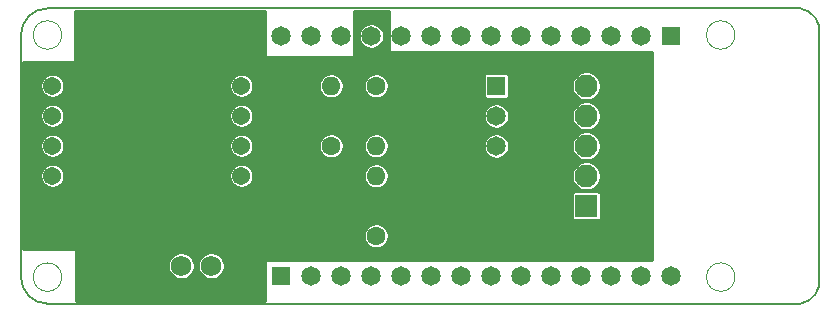
<source format=gbr>
G04 #@! TF.GenerationSoftware,KiCad,Pcbnew,(5.1.6)-1*
G04 #@! TF.CreationDate,2020-05-27T17:34:02-07:00*
G04 #@! TF.ProjectId,MKRShield_v1,4d4b5253-6869-4656-9c64-5f76312e6b69,0.1*
G04 #@! TF.SameCoordinates,Original*
G04 #@! TF.FileFunction,Copper,L2,Inr*
G04 #@! TF.FilePolarity,Positive*
%FSLAX46Y46*%
G04 Gerber Fmt 4.6, Leading zero omitted, Abs format (unit mm)*
G04 Created by KiCad (PCBNEW (5.1.6)-1) date 2020-05-27 17:34:02*
%MOMM*%
%LPD*%
G01*
G04 APERTURE LIST*
G04 #@! TA.AperFunction,Profile*
%ADD10C,0.150000*%
G04 #@! TD*
G04 #@! TA.AperFunction,EtchedComponent*
%ADD11C,0.100000*%
G04 #@! TD*
G04 #@! TA.AperFunction,ViaPad*
%ADD12O,1.600000X1.600000*%
G04 #@! TD*
G04 #@! TA.AperFunction,ViaPad*
%ADD13C,1.600000*%
G04 #@! TD*
G04 #@! TA.AperFunction,ViaPad*
%ADD14C,1.650000*%
G04 #@! TD*
G04 #@! TA.AperFunction,ViaPad*
%ADD15R,1.650000X1.650000*%
G04 #@! TD*
G04 #@! TA.AperFunction,ViaPad*
%ADD16C,1.755000*%
G04 #@! TD*
G04 #@! TA.AperFunction,ViaPad*
%ADD17C,1.950000*%
G04 #@! TD*
G04 #@! TA.AperFunction,ViaPad*
%ADD18R,1.950000X1.950000*%
G04 #@! TD*
G04 #@! TA.AperFunction,ViaPad*
%ADD19C,1.541000*%
G04 #@! TD*
G04 #@! TA.AperFunction,NonConductor*
%ADD20C,0.254000*%
G04 #@! TD*
G04 APERTURE END LIST*
D10*
X180687479Y-117503600D02*
X116937479Y-117503600D01*
X114687479Y-115253600D02*
X114687479Y-94753600D01*
X116937479Y-92503600D02*
X180687479Y-92503600D01*
X114687479Y-115253600D02*
G75*
G03*
X116937479Y-117503600I2250000J0D01*
G01*
X116937479Y-92503600D02*
G75*
G03*
X114687479Y-94753600I0J-2250000D01*
G01*
X180687479Y-117503600D02*
G75*
G03*
X182287479Y-115253600I-325000J1925000D01*
G01*
X180687479Y-92503600D02*
G75*
G02*
X182287479Y-94753600I-325000J-1925000D01*
G01*
X182287479Y-115253600D02*
X182287479Y-94753600D01*
D11*
G04 #@! TO.C,U$5*
X118143979Y-115253600D02*
G75*
G03*
X118143979Y-115253600I-1206500J0D01*
G01*
G04 #@! TO.C,U$6*
X118143979Y-94753600D02*
G75*
G03*
X118143979Y-94753600I-1206500J0D01*
G01*
G04 #@! TO.C,U$7*
X175143979Y-94753600D02*
G75*
G03*
X175143979Y-94753600I-1206500J0D01*
G01*
G04 #@! TO.C,U$8*
X175143979Y-115253600D02*
G75*
G03*
X175143979Y-115253600I-1206500J0D01*
G01*
G04 #@! TD*
D12*
G04 #@! TO.N,Net-(IC1-Pad2)*
G04 #@! TO.C,Sensor_SDA1*
X140970000Y-99060000D03*
D13*
G04 #@! TO.N,Net-(IC1-Pad3)*
X140970000Y-104140000D03*
G04 #@! TD*
D12*
G04 #@! TO.N,Net-(IC1-Pad2)*
G04 #@! TO.C,Sensor_SCL1*
X144780000Y-104140000D03*
D13*
G04 #@! TO.N,Net-(IC1-Pad4)*
X144780000Y-99060000D03*
G04 #@! TD*
D12*
G04 #@! TO.N,GND*
G04 #@! TO.C,5k1*
X144780000Y-106680000D03*
D13*
G04 #@! TO.N,Net-(5k1-Pad1)*
X144780000Y-111760000D03*
G04 #@! TD*
D14*
G04 #@! TO.N,Net-(J1-Pad11)*
G04 #@! TO.C,J3*
X154940000Y-104140000D03*
G04 #@! TO.N,GND*
X154940000Y-101600000D03*
D15*
G04 #@! TO.N,Net-(IC1-Pad2)*
X154940000Y-99060000D03*
G04 #@! TD*
D16*
G04 #@! TO.N,Net-(5k1-Pad1)*
G04 #@! TO.C,IC2*
X130810000Y-114300000D03*
G04 #@! TO.N,Net-(IC1-Pad2)*
X128270000Y-114300000D03*
G04 #@! TD*
D17*
G04 #@! TO.N,Net-(J4-Pad5)*
G04 #@! TO.C,J4*
X162560000Y-99060000D03*
G04 #@! TO.N,Net-(J2-Pad4)*
X162560000Y-101600000D03*
G04 #@! TO.N,Net-(J2-Pad3)*
X162560000Y-104140000D03*
G04 #@! TO.N,Net-(J1-Pad13)*
X162560000Y-106680000D03*
D18*
G04 #@! TO.N,Net-(J1-Pad12)*
X162560000Y-109220000D03*
G04 #@! TD*
D19*
G04 #@! TO.N,Net-(IC1-Pad8)*
G04 #@! TO.C,IC1*
X117350000Y-106680000D03*
G04 #@! TO.N,Net-(IC1-Pad7)*
X117350000Y-104140000D03*
G04 #@! TO.N,Net-(IC1-Pad6)*
X117350000Y-101600000D03*
G04 #@! TO.N,Net-(IC1-Pad5)*
X117350000Y-99060000D03*
G04 #@! TO.N,Net-(IC1-Pad4)*
X133350000Y-99060000D03*
G04 #@! TO.N,Net-(IC1-Pad3)*
X133350000Y-101600000D03*
G04 #@! TO.N,Net-(IC1-Pad2)*
X133350000Y-104140000D03*
G04 #@! TO.N,GND*
X133350000Y-106680000D03*
G04 #@! TD*
D15*
G04 #@! TO.N,Net-(J1-Pad1)*
G04 #@! TO.C,J1*
X136690000Y-115150000D03*
D14*
G04 #@! TO.N,Net-(J1-Pad2)*
X139230000Y-115150000D03*
G04 #@! TO.N,Net-(J1-Pad3)*
X141770000Y-115150000D03*
G04 #@! TO.N,Net-(J1-Pad4)*
X144310000Y-115150000D03*
G04 #@! TO.N,Net-(J1-Pad5)*
X146850000Y-115150000D03*
G04 #@! TO.N,Net-(J1-Pad6)*
X149390000Y-115150000D03*
G04 #@! TO.N,Net-(J1-Pad7)*
X151930000Y-115150000D03*
G04 #@! TO.N,Net-(J1-Pad8)*
X154470000Y-115150000D03*
G04 #@! TO.N,Net-(J1-Pad9)*
X157010000Y-115150000D03*
G04 #@! TO.N,Net-(5k1-Pad1)*
X159550000Y-115150000D03*
G04 #@! TO.N,Net-(J1-Pad11)*
X162090000Y-115150000D03*
G04 #@! TO.N,Net-(J1-Pad12)*
X164630000Y-115150000D03*
G04 #@! TO.N,Net-(J1-Pad13)*
X167170000Y-115150000D03*
G04 #@! TO.N,Net-(J1-Pad14)*
X169710000Y-115150000D03*
G04 #@! TD*
G04 #@! TO.N,Net-(J2-Pad14)*
G04 #@! TO.C,J2*
X136740000Y-94850000D03*
G04 #@! TO.N,Net-(J2-Pad13)*
X139280000Y-94850000D03*
G04 #@! TO.N,Net-(IC1-Pad2)*
X141820000Y-94850000D03*
G04 #@! TO.N,GND*
X144360000Y-94850000D03*
G04 #@! TO.N,/RESET*
X146900000Y-94850000D03*
G04 #@! TO.N,Net-(J2-Pad9)*
X149440000Y-94850000D03*
G04 #@! TO.N,Net-(J2-Pad8)*
X151980000Y-94850000D03*
G04 #@! TO.N,Net-(IC1-Pad4)*
X154520000Y-94850000D03*
G04 #@! TO.N,Net-(IC1-Pad3)*
X157060000Y-94850000D03*
G04 #@! TO.N,Net-(J2-Pad5)*
X159600000Y-94850000D03*
G04 #@! TO.N,Net-(J2-Pad4)*
X162140000Y-94850000D03*
G04 #@! TO.N,Net-(J2-Pad3)*
X164680000Y-94850000D03*
G04 #@! TO.N,Net-(J2-Pad2)*
X167220000Y-94850000D03*
D15*
G04 #@! TO.N,Net-(J2-Pad1)*
X169760000Y-94850000D03*
G04 #@! TD*
D20*
G36*
X135360479Y-96503600D02*
G01*
X135362919Y-96528376D01*
X135370146Y-96552201D01*
X135381882Y-96574157D01*
X135397676Y-96593403D01*
X135416922Y-96609197D01*
X135438878Y-96620933D01*
X135462703Y-96628160D01*
X135487479Y-96630600D01*
X142787479Y-96630600D01*
X142812255Y-96628160D01*
X142836080Y-96620933D01*
X142858036Y-96609197D01*
X142877282Y-96593403D01*
X142893076Y-96574157D01*
X142904812Y-96552201D01*
X142912039Y-96528376D01*
X142914479Y-96503600D01*
X142914479Y-94743728D01*
X143281000Y-94743728D01*
X143281000Y-94956272D01*
X143322465Y-95164733D01*
X143403802Y-95361098D01*
X143521886Y-95537823D01*
X143672177Y-95688114D01*
X143848902Y-95806198D01*
X144045267Y-95887535D01*
X144253728Y-95929000D01*
X144466272Y-95929000D01*
X144674733Y-95887535D01*
X144871098Y-95806198D01*
X145047823Y-95688114D01*
X145198114Y-95537823D01*
X145316198Y-95361098D01*
X145397535Y-95164733D01*
X145439000Y-94956272D01*
X145439000Y-94743728D01*
X145397535Y-94535267D01*
X145316198Y-94338902D01*
X145198114Y-94162177D01*
X145047823Y-94011886D01*
X144871098Y-93893802D01*
X144674733Y-93812465D01*
X144466272Y-93771000D01*
X144253728Y-93771000D01*
X144045267Y-93812465D01*
X143848902Y-93893802D01*
X143672177Y-94011886D01*
X143521886Y-94162177D01*
X143403802Y-94338902D01*
X143322465Y-94535267D01*
X143281000Y-94743728D01*
X142914479Y-94743728D01*
X142914479Y-92705600D01*
X145860479Y-92705600D01*
X145860479Y-94545251D01*
X145821000Y-94743728D01*
X145821000Y-94956272D01*
X145860479Y-95154749D01*
X145860479Y-96103600D01*
X145862919Y-96128376D01*
X145870146Y-96152201D01*
X145881882Y-96174157D01*
X145897676Y-96193403D01*
X145916922Y-96209197D01*
X145938878Y-96220933D01*
X145962703Y-96228160D01*
X145987479Y-96230600D01*
X168085479Y-96230600D01*
X168085479Y-113776600D01*
X135487479Y-113776600D01*
X135462703Y-113779040D01*
X135438878Y-113786267D01*
X135416922Y-113798003D01*
X135397676Y-113813797D01*
X135381882Y-113833043D01*
X135370146Y-113854999D01*
X135362919Y-113878824D01*
X135360479Y-113903600D01*
X135360479Y-117301600D01*
X119314479Y-117301600D01*
X119314479Y-114188557D01*
X127138500Y-114188557D01*
X127138500Y-114411443D01*
X127181983Y-114630046D01*
X127267278Y-114835966D01*
X127391106Y-115021289D01*
X127548711Y-115178894D01*
X127734034Y-115302722D01*
X127939954Y-115388017D01*
X128158557Y-115431500D01*
X128381443Y-115431500D01*
X128600046Y-115388017D01*
X128805966Y-115302722D01*
X128991289Y-115178894D01*
X129148894Y-115021289D01*
X129272722Y-114835966D01*
X129358017Y-114630046D01*
X129401500Y-114411443D01*
X129401500Y-114188557D01*
X129678500Y-114188557D01*
X129678500Y-114411443D01*
X129721983Y-114630046D01*
X129807278Y-114835966D01*
X129931106Y-115021289D01*
X130088711Y-115178894D01*
X130274034Y-115302722D01*
X130479954Y-115388017D01*
X130698557Y-115431500D01*
X130921443Y-115431500D01*
X131140046Y-115388017D01*
X131345966Y-115302722D01*
X131531289Y-115178894D01*
X131688894Y-115021289D01*
X131812722Y-114835966D01*
X131898017Y-114630046D01*
X131941500Y-114411443D01*
X131941500Y-114188557D01*
X131898017Y-113969954D01*
X131812722Y-113764034D01*
X131688894Y-113578711D01*
X131531289Y-113421106D01*
X131345966Y-113297278D01*
X131140046Y-113211983D01*
X130921443Y-113168500D01*
X130698557Y-113168500D01*
X130479954Y-113211983D01*
X130274034Y-113297278D01*
X130088711Y-113421106D01*
X129931106Y-113578711D01*
X129807278Y-113764034D01*
X129721983Y-113969954D01*
X129678500Y-114188557D01*
X129401500Y-114188557D01*
X129358017Y-113969954D01*
X129272722Y-113764034D01*
X129148894Y-113578711D01*
X128991289Y-113421106D01*
X128805966Y-113297278D01*
X128600046Y-113211983D01*
X128381443Y-113168500D01*
X128158557Y-113168500D01*
X127939954Y-113211983D01*
X127734034Y-113297278D01*
X127548711Y-113421106D01*
X127391106Y-113578711D01*
X127267278Y-113764034D01*
X127181983Y-113969954D01*
X127138500Y-114188557D01*
X119314479Y-114188557D01*
X119314479Y-113003600D01*
X119312039Y-112978824D01*
X119304812Y-112954999D01*
X119293076Y-112933043D01*
X119277282Y-112913797D01*
X119258036Y-112898003D01*
X119236080Y-112886267D01*
X119212255Y-112879040D01*
X119187479Y-112876600D01*
X114889479Y-112876600D01*
X114889479Y-111656190D01*
X143726000Y-111656190D01*
X143726000Y-111863810D01*
X143766504Y-112067441D01*
X143845957Y-112259256D01*
X143961305Y-112431886D01*
X144108114Y-112578695D01*
X144280744Y-112694043D01*
X144472559Y-112773496D01*
X144676190Y-112814000D01*
X144883810Y-112814000D01*
X145087441Y-112773496D01*
X145279256Y-112694043D01*
X145451886Y-112578695D01*
X145598695Y-112431886D01*
X145714043Y-112259256D01*
X145793496Y-112067441D01*
X145834000Y-111863810D01*
X145834000Y-111656190D01*
X145793496Y-111452559D01*
X145714043Y-111260744D01*
X145598695Y-111088114D01*
X145451886Y-110941305D01*
X145279256Y-110825957D01*
X145087441Y-110746504D01*
X144883810Y-110706000D01*
X144676190Y-110706000D01*
X144472559Y-110746504D01*
X144280744Y-110825957D01*
X144108114Y-110941305D01*
X143961305Y-111088114D01*
X143845957Y-111260744D01*
X143766504Y-111452559D01*
X143726000Y-111656190D01*
X114889479Y-111656190D01*
X114889479Y-108245000D01*
X161329772Y-108245000D01*
X161329772Y-110195000D01*
X161334676Y-110244793D01*
X161349200Y-110292672D01*
X161372786Y-110336797D01*
X161404527Y-110375473D01*
X161443203Y-110407214D01*
X161487328Y-110430800D01*
X161535207Y-110445324D01*
X161585000Y-110450228D01*
X163535000Y-110450228D01*
X163584793Y-110445324D01*
X163632672Y-110430800D01*
X163676797Y-110407214D01*
X163715473Y-110375473D01*
X163747214Y-110336797D01*
X163770800Y-110292672D01*
X163785324Y-110244793D01*
X163790228Y-110195000D01*
X163790228Y-108245000D01*
X163785324Y-108195207D01*
X163770800Y-108147328D01*
X163747214Y-108103203D01*
X163715473Y-108064527D01*
X163676797Y-108032786D01*
X163632672Y-108009200D01*
X163584793Y-107994676D01*
X163535000Y-107989772D01*
X161585000Y-107989772D01*
X161535207Y-107994676D01*
X161487328Y-108009200D01*
X161443203Y-108032786D01*
X161404527Y-108064527D01*
X161372786Y-108103203D01*
X161349200Y-108147328D01*
X161334676Y-108195207D01*
X161329772Y-108245000D01*
X114889479Y-108245000D01*
X114889479Y-106579096D01*
X116325500Y-106579096D01*
X116325500Y-106780904D01*
X116364871Y-106978836D01*
X116442100Y-107165283D01*
X116554219Y-107333081D01*
X116696919Y-107475781D01*
X116864717Y-107587900D01*
X117051164Y-107665129D01*
X117249096Y-107704500D01*
X117450904Y-107704500D01*
X117648836Y-107665129D01*
X117835283Y-107587900D01*
X118003081Y-107475781D01*
X118145781Y-107333081D01*
X118257900Y-107165283D01*
X118335129Y-106978836D01*
X118374500Y-106780904D01*
X118374500Y-106579096D01*
X132325500Y-106579096D01*
X132325500Y-106780904D01*
X132364871Y-106978836D01*
X132442100Y-107165283D01*
X132554219Y-107333081D01*
X132696919Y-107475781D01*
X132864717Y-107587900D01*
X133051164Y-107665129D01*
X133249096Y-107704500D01*
X133450904Y-107704500D01*
X133648836Y-107665129D01*
X133835283Y-107587900D01*
X134003081Y-107475781D01*
X134145781Y-107333081D01*
X134257900Y-107165283D01*
X134335129Y-106978836D01*
X134374500Y-106780904D01*
X134374500Y-106579096D01*
X134373922Y-106576190D01*
X143726000Y-106576190D01*
X143726000Y-106783810D01*
X143766504Y-106987441D01*
X143845957Y-107179256D01*
X143961305Y-107351886D01*
X144108114Y-107498695D01*
X144280744Y-107614043D01*
X144472559Y-107693496D01*
X144676190Y-107734000D01*
X144883810Y-107734000D01*
X145087441Y-107693496D01*
X145279256Y-107614043D01*
X145451886Y-107498695D01*
X145598695Y-107351886D01*
X145714043Y-107179256D01*
X145793496Y-106987441D01*
X145834000Y-106783810D01*
X145834000Y-106576190D01*
X145830572Y-106558954D01*
X161331000Y-106558954D01*
X161331000Y-106801046D01*
X161378229Y-107038486D01*
X161470874Y-107262150D01*
X161605373Y-107463442D01*
X161776558Y-107634627D01*
X161977850Y-107769126D01*
X162201514Y-107861771D01*
X162438954Y-107909000D01*
X162681046Y-107909000D01*
X162918486Y-107861771D01*
X163142150Y-107769126D01*
X163343442Y-107634627D01*
X163514627Y-107463442D01*
X163649126Y-107262150D01*
X163741771Y-107038486D01*
X163789000Y-106801046D01*
X163789000Y-106558954D01*
X163741771Y-106321514D01*
X163649126Y-106097850D01*
X163514627Y-105896558D01*
X163343442Y-105725373D01*
X163142150Y-105590874D01*
X162918486Y-105498229D01*
X162681046Y-105451000D01*
X162438954Y-105451000D01*
X162201514Y-105498229D01*
X161977850Y-105590874D01*
X161776558Y-105725373D01*
X161605373Y-105896558D01*
X161470874Y-106097850D01*
X161378229Y-106321514D01*
X161331000Y-106558954D01*
X145830572Y-106558954D01*
X145793496Y-106372559D01*
X145714043Y-106180744D01*
X145598695Y-106008114D01*
X145451886Y-105861305D01*
X145279256Y-105745957D01*
X145087441Y-105666504D01*
X144883810Y-105626000D01*
X144676190Y-105626000D01*
X144472559Y-105666504D01*
X144280744Y-105745957D01*
X144108114Y-105861305D01*
X143961305Y-106008114D01*
X143845957Y-106180744D01*
X143766504Y-106372559D01*
X143726000Y-106576190D01*
X134373922Y-106576190D01*
X134335129Y-106381164D01*
X134257900Y-106194717D01*
X134145781Y-106026919D01*
X134003081Y-105884219D01*
X133835283Y-105772100D01*
X133648836Y-105694871D01*
X133450904Y-105655500D01*
X133249096Y-105655500D01*
X133051164Y-105694871D01*
X132864717Y-105772100D01*
X132696919Y-105884219D01*
X132554219Y-106026919D01*
X132442100Y-106194717D01*
X132364871Y-106381164D01*
X132325500Y-106579096D01*
X118374500Y-106579096D01*
X118335129Y-106381164D01*
X118257900Y-106194717D01*
X118145781Y-106026919D01*
X118003081Y-105884219D01*
X117835283Y-105772100D01*
X117648836Y-105694871D01*
X117450904Y-105655500D01*
X117249096Y-105655500D01*
X117051164Y-105694871D01*
X116864717Y-105772100D01*
X116696919Y-105884219D01*
X116554219Y-106026919D01*
X116442100Y-106194717D01*
X116364871Y-106381164D01*
X116325500Y-106579096D01*
X114889479Y-106579096D01*
X114889479Y-104039096D01*
X116325500Y-104039096D01*
X116325500Y-104240904D01*
X116364871Y-104438836D01*
X116442100Y-104625283D01*
X116554219Y-104793081D01*
X116696919Y-104935781D01*
X116864717Y-105047900D01*
X117051164Y-105125129D01*
X117249096Y-105164500D01*
X117450904Y-105164500D01*
X117648836Y-105125129D01*
X117835283Y-105047900D01*
X118003081Y-104935781D01*
X118145781Y-104793081D01*
X118257900Y-104625283D01*
X118335129Y-104438836D01*
X118374500Y-104240904D01*
X118374500Y-104039096D01*
X132325500Y-104039096D01*
X132325500Y-104240904D01*
X132364871Y-104438836D01*
X132442100Y-104625283D01*
X132554219Y-104793081D01*
X132696919Y-104935781D01*
X132864717Y-105047900D01*
X133051164Y-105125129D01*
X133249096Y-105164500D01*
X133450904Y-105164500D01*
X133648836Y-105125129D01*
X133835283Y-105047900D01*
X134003081Y-104935781D01*
X134145781Y-104793081D01*
X134257900Y-104625283D01*
X134335129Y-104438836D01*
X134374500Y-104240904D01*
X134374500Y-104039096D01*
X134373922Y-104036190D01*
X139916000Y-104036190D01*
X139916000Y-104243810D01*
X139956504Y-104447441D01*
X140035957Y-104639256D01*
X140151305Y-104811886D01*
X140298114Y-104958695D01*
X140470744Y-105074043D01*
X140662559Y-105153496D01*
X140866190Y-105194000D01*
X141073810Y-105194000D01*
X141277441Y-105153496D01*
X141469256Y-105074043D01*
X141641886Y-104958695D01*
X141788695Y-104811886D01*
X141904043Y-104639256D01*
X141983496Y-104447441D01*
X142024000Y-104243810D01*
X142024000Y-104036190D01*
X143726000Y-104036190D01*
X143726000Y-104243810D01*
X143766504Y-104447441D01*
X143845957Y-104639256D01*
X143961305Y-104811886D01*
X144108114Y-104958695D01*
X144280744Y-105074043D01*
X144472559Y-105153496D01*
X144676190Y-105194000D01*
X144883810Y-105194000D01*
X145087441Y-105153496D01*
X145279256Y-105074043D01*
X145451886Y-104958695D01*
X145598695Y-104811886D01*
X145714043Y-104639256D01*
X145793496Y-104447441D01*
X145834000Y-104243810D01*
X145834000Y-104036190D01*
X145833511Y-104033728D01*
X153861000Y-104033728D01*
X153861000Y-104246272D01*
X153902465Y-104454733D01*
X153983802Y-104651098D01*
X154101886Y-104827823D01*
X154252177Y-104978114D01*
X154428902Y-105096198D01*
X154625267Y-105177535D01*
X154833728Y-105219000D01*
X155046272Y-105219000D01*
X155254733Y-105177535D01*
X155451098Y-105096198D01*
X155627823Y-104978114D01*
X155778114Y-104827823D01*
X155896198Y-104651098D01*
X155977535Y-104454733D01*
X156019000Y-104246272D01*
X156019000Y-104033728D01*
X156016062Y-104018954D01*
X161331000Y-104018954D01*
X161331000Y-104261046D01*
X161378229Y-104498486D01*
X161470874Y-104722150D01*
X161605373Y-104923442D01*
X161776558Y-105094627D01*
X161977850Y-105229126D01*
X162201514Y-105321771D01*
X162438954Y-105369000D01*
X162681046Y-105369000D01*
X162918486Y-105321771D01*
X163142150Y-105229126D01*
X163343442Y-105094627D01*
X163514627Y-104923442D01*
X163649126Y-104722150D01*
X163741771Y-104498486D01*
X163789000Y-104261046D01*
X163789000Y-104018954D01*
X163741771Y-103781514D01*
X163649126Y-103557850D01*
X163514627Y-103356558D01*
X163343442Y-103185373D01*
X163142150Y-103050874D01*
X162918486Y-102958229D01*
X162681046Y-102911000D01*
X162438954Y-102911000D01*
X162201514Y-102958229D01*
X161977850Y-103050874D01*
X161776558Y-103185373D01*
X161605373Y-103356558D01*
X161470874Y-103557850D01*
X161378229Y-103781514D01*
X161331000Y-104018954D01*
X156016062Y-104018954D01*
X155977535Y-103825267D01*
X155896198Y-103628902D01*
X155778114Y-103452177D01*
X155627823Y-103301886D01*
X155451098Y-103183802D01*
X155254733Y-103102465D01*
X155046272Y-103061000D01*
X154833728Y-103061000D01*
X154625267Y-103102465D01*
X154428902Y-103183802D01*
X154252177Y-103301886D01*
X154101886Y-103452177D01*
X153983802Y-103628902D01*
X153902465Y-103825267D01*
X153861000Y-104033728D01*
X145833511Y-104033728D01*
X145793496Y-103832559D01*
X145714043Y-103640744D01*
X145598695Y-103468114D01*
X145451886Y-103321305D01*
X145279256Y-103205957D01*
X145087441Y-103126504D01*
X144883810Y-103086000D01*
X144676190Y-103086000D01*
X144472559Y-103126504D01*
X144280744Y-103205957D01*
X144108114Y-103321305D01*
X143961305Y-103468114D01*
X143845957Y-103640744D01*
X143766504Y-103832559D01*
X143726000Y-104036190D01*
X142024000Y-104036190D01*
X141983496Y-103832559D01*
X141904043Y-103640744D01*
X141788695Y-103468114D01*
X141641886Y-103321305D01*
X141469256Y-103205957D01*
X141277441Y-103126504D01*
X141073810Y-103086000D01*
X140866190Y-103086000D01*
X140662559Y-103126504D01*
X140470744Y-103205957D01*
X140298114Y-103321305D01*
X140151305Y-103468114D01*
X140035957Y-103640744D01*
X139956504Y-103832559D01*
X139916000Y-104036190D01*
X134373922Y-104036190D01*
X134335129Y-103841164D01*
X134257900Y-103654717D01*
X134145781Y-103486919D01*
X134003081Y-103344219D01*
X133835283Y-103232100D01*
X133648836Y-103154871D01*
X133450904Y-103115500D01*
X133249096Y-103115500D01*
X133051164Y-103154871D01*
X132864717Y-103232100D01*
X132696919Y-103344219D01*
X132554219Y-103486919D01*
X132442100Y-103654717D01*
X132364871Y-103841164D01*
X132325500Y-104039096D01*
X118374500Y-104039096D01*
X118335129Y-103841164D01*
X118257900Y-103654717D01*
X118145781Y-103486919D01*
X118003081Y-103344219D01*
X117835283Y-103232100D01*
X117648836Y-103154871D01*
X117450904Y-103115500D01*
X117249096Y-103115500D01*
X117051164Y-103154871D01*
X116864717Y-103232100D01*
X116696919Y-103344219D01*
X116554219Y-103486919D01*
X116442100Y-103654717D01*
X116364871Y-103841164D01*
X116325500Y-104039096D01*
X114889479Y-104039096D01*
X114889479Y-101499096D01*
X116325500Y-101499096D01*
X116325500Y-101700904D01*
X116364871Y-101898836D01*
X116442100Y-102085283D01*
X116554219Y-102253081D01*
X116696919Y-102395781D01*
X116864717Y-102507900D01*
X117051164Y-102585129D01*
X117249096Y-102624500D01*
X117450904Y-102624500D01*
X117648836Y-102585129D01*
X117835283Y-102507900D01*
X118003081Y-102395781D01*
X118145781Y-102253081D01*
X118257900Y-102085283D01*
X118335129Y-101898836D01*
X118374500Y-101700904D01*
X118374500Y-101499096D01*
X132325500Y-101499096D01*
X132325500Y-101700904D01*
X132364871Y-101898836D01*
X132442100Y-102085283D01*
X132554219Y-102253081D01*
X132696919Y-102395781D01*
X132864717Y-102507900D01*
X133051164Y-102585129D01*
X133249096Y-102624500D01*
X133450904Y-102624500D01*
X133648836Y-102585129D01*
X133835283Y-102507900D01*
X134003081Y-102395781D01*
X134145781Y-102253081D01*
X134257900Y-102085283D01*
X134335129Y-101898836D01*
X134374500Y-101700904D01*
X134374500Y-101499096D01*
X134373433Y-101493728D01*
X153861000Y-101493728D01*
X153861000Y-101706272D01*
X153902465Y-101914733D01*
X153983802Y-102111098D01*
X154101886Y-102287823D01*
X154252177Y-102438114D01*
X154428902Y-102556198D01*
X154625267Y-102637535D01*
X154833728Y-102679000D01*
X155046272Y-102679000D01*
X155254733Y-102637535D01*
X155451098Y-102556198D01*
X155627823Y-102438114D01*
X155778114Y-102287823D01*
X155896198Y-102111098D01*
X155977535Y-101914733D01*
X156019000Y-101706272D01*
X156019000Y-101493728D01*
X156016062Y-101478954D01*
X161331000Y-101478954D01*
X161331000Y-101721046D01*
X161378229Y-101958486D01*
X161470874Y-102182150D01*
X161605373Y-102383442D01*
X161776558Y-102554627D01*
X161977850Y-102689126D01*
X162201514Y-102781771D01*
X162438954Y-102829000D01*
X162681046Y-102829000D01*
X162918486Y-102781771D01*
X163142150Y-102689126D01*
X163343442Y-102554627D01*
X163514627Y-102383442D01*
X163649126Y-102182150D01*
X163741771Y-101958486D01*
X163789000Y-101721046D01*
X163789000Y-101478954D01*
X163741771Y-101241514D01*
X163649126Y-101017850D01*
X163514627Y-100816558D01*
X163343442Y-100645373D01*
X163142150Y-100510874D01*
X162918486Y-100418229D01*
X162681046Y-100371000D01*
X162438954Y-100371000D01*
X162201514Y-100418229D01*
X161977850Y-100510874D01*
X161776558Y-100645373D01*
X161605373Y-100816558D01*
X161470874Y-101017850D01*
X161378229Y-101241514D01*
X161331000Y-101478954D01*
X156016062Y-101478954D01*
X155977535Y-101285267D01*
X155896198Y-101088902D01*
X155778114Y-100912177D01*
X155627823Y-100761886D01*
X155451098Y-100643802D01*
X155254733Y-100562465D01*
X155046272Y-100521000D01*
X154833728Y-100521000D01*
X154625267Y-100562465D01*
X154428902Y-100643802D01*
X154252177Y-100761886D01*
X154101886Y-100912177D01*
X153983802Y-101088902D01*
X153902465Y-101285267D01*
X153861000Y-101493728D01*
X134373433Y-101493728D01*
X134335129Y-101301164D01*
X134257900Y-101114717D01*
X134145781Y-100946919D01*
X134003081Y-100804219D01*
X133835283Y-100692100D01*
X133648836Y-100614871D01*
X133450904Y-100575500D01*
X133249096Y-100575500D01*
X133051164Y-100614871D01*
X132864717Y-100692100D01*
X132696919Y-100804219D01*
X132554219Y-100946919D01*
X132442100Y-101114717D01*
X132364871Y-101301164D01*
X132325500Y-101499096D01*
X118374500Y-101499096D01*
X118335129Y-101301164D01*
X118257900Y-101114717D01*
X118145781Y-100946919D01*
X118003081Y-100804219D01*
X117835283Y-100692100D01*
X117648836Y-100614871D01*
X117450904Y-100575500D01*
X117249096Y-100575500D01*
X117051164Y-100614871D01*
X116864717Y-100692100D01*
X116696919Y-100804219D01*
X116554219Y-100946919D01*
X116442100Y-101114717D01*
X116364871Y-101301164D01*
X116325500Y-101499096D01*
X114889479Y-101499096D01*
X114889479Y-98959096D01*
X116325500Y-98959096D01*
X116325500Y-99160904D01*
X116364871Y-99358836D01*
X116442100Y-99545283D01*
X116554219Y-99713081D01*
X116696919Y-99855781D01*
X116864717Y-99967900D01*
X117051164Y-100045129D01*
X117249096Y-100084500D01*
X117450904Y-100084500D01*
X117648836Y-100045129D01*
X117835283Y-99967900D01*
X118003081Y-99855781D01*
X118145781Y-99713081D01*
X118257900Y-99545283D01*
X118335129Y-99358836D01*
X118374500Y-99160904D01*
X118374500Y-98959096D01*
X132325500Y-98959096D01*
X132325500Y-99160904D01*
X132364871Y-99358836D01*
X132442100Y-99545283D01*
X132554219Y-99713081D01*
X132696919Y-99855781D01*
X132864717Y-99967900D01*
X133051164Y-100045129D01*
X133249096Y-100084500D01*
X133450904Y-100084500D01*
X133648836Y-100045129D01*
X133835283Y-99967900D01*
X134003081Y-99855781D01*
X134145781Y-99713081D01*
X134257900Y-99545283D01*
X134335129Y-99358836D01*
X134374500Y-99160904D01*
X134374500Y-98959096D01*
X134373922Y-98956190D01*
X139916000Y-98956190D01*
X139916000Y-99163810D01*
X139956504Y-99367441D01*
X140035957Y-99559256D01*
X140151305Y-99731886D01*
X140298114Y-99878695D01*
X140470744Y-99994043D01*
X140662559Y-100073496D01*
X140866190Y-100114000D01*
X141073810Y-100114000D01*
X141277441Y-100073496D01*
X141469256Y-99994043D01*
X141641886Y-99878695D01*
X141788695Y-99731886D01*
X141904043Y-99559256D01*
X141983496Y-99367441D01*
X142024000Y-99163810D01*
X142024000Y-98956190D01*
X143726000Y-98956190D01*
X143726000Y-99163810D01*
X143766504Y-99367441D01*
X143845957Y-99559256D01*
X143961305Y-99731886D01*
X144108114Y-99878695D01*
X144280744Y-99994043D01*
X144472559Y-100073496D01*
X144676190Y-100114000D01*
X144883810Y-100114000D01*
X145087441Y-100073496D01*
X145279256Y-99994043D01*
X145451886Y-99878695D01*
X145598695Y-99731886D01*
X145714043Y-99559256D01*
X145793496Y-99367441D01*
X145834000Y-99163810D01*
X145834000Y-98956190D01*
X145793496Y-98752559D01*
X145714043Y-98560744D01*
X145598695Y-98388114D01*
X145451886Y-98241305D01*
X145442450Y-98235000D01*
X153859772Y-98235000D01*
X153859772Y-99885000D01*
X153864676Y-99934793D01*
X153879200Y-99982672D01*
X153902786Y-100026797D01*
X153934527Y-100065473D01*
X153973203Y-100097214D01*
X154017328Y-100120800D01*
X154065207Y-100135324D01*
X154115000Y-100140228D01*
X155765000Y-100140228D01*
X155814793Y-100135324D01*
X155862672Y-100120800D01*
X155906797Y-100097214D01*
X155945473Y-100065473D01*
X155977214Y-100026797D01*
X156000800Y-99982672D01*
X156015324Y-99934793D01*
X156020228Y-99885000D01*
X156020228Y-98938954D01*
X161331000Y-98938954D01*
X161331000Y-99181046D01*
X161378229Y-99418486D01*
X161470874Y-99642150D01*
X161605373Y-99843442D01*
X161776558Y-100014627D01*
X161977850Y-100149126D01*
X162201514Y-100241771D01*
X162438954Y-100289000D01*
X162681046Y-100289000D01*
X162918486Y-100241771D01*
X163142150Y-100149126D01*
X163343442Y-100014627D01*
X163514627Y-99843442D01*
X163649126Y-99642150D01*
X163741771Y-99418486D01*
X163789000Y-99181046D01*
X163789000Y-98938954D01*
X163741771Y-98701514D01*
X163649126Y-98477850D01*
X163514627Y-98276558D01*
X163343442Y-98105373D01*
X163142150Y-97970874D01*
X162918486Y-97878229D01*
X162681046Y-97831000D01*
X162438954Y-97831000D01*
X162201514Y-97878229D01*
X161977850Y-97970874D01*
X161776558Y-98105373D01*
X161605373Y-98276558D01*
X161470874Y-98477850D01*
X161378229Y-98701514D01*
X161331000Y-98938954D01*
X156020228Y-98938954D01*
X156020228Y-98235000D01*
X156015324Y-98185207D01*
X156000800Y-98137328D01*
X155977214Y-98093203D01*
X155945473Y-98054527D01*
X155906797Y-98022786D01*
X155862672Y-97999200D01*
X155814793Y-97984676D01*
X155765000Y-97979772D01*
X154115000Y-97979772D01*
X154065207Y-97984676D01*
X154017328Y-97999200D01*
X153973203Y-98022786D01*
X153934527Y-98054527D01*
X153902786Y-98093203D01*
X153879200Y-98137328D01*
X153864676Y-98185207D01*
X153859772Y-98235000D01*
X145442450Y-98235000D01*
X145279256Y-98125957D01*
X145087441Y-98046504D01*
X144883810Y-98006000D01*
X144676190Y-98006000D01*
X144472559Y-98046504D01*
X144280744Y-98125957D01*
X144108114Y-98241305D01*
X143961305Y-98388114D01*
X143845957Y-98560744D01*
X143766504Y-98752559D01*
X143726000Y-98956190D01*
X142024000Y-98956190D01*
X141983496Y-98752559D01*
X141904043Y-98560744D01*
X141788695Y-98388114D01*
X141641886Y-98241305D01*
X141469256Y-98125957D01*
X141277441Y-98046504D01*
X141073810Y-98006000D01*
X140866190Y-98006000D01*
X140662559Y-98046504D01*
X140470744Y-98125957D01*
X140298114Y-98241305D01*
X140151305Y-98388114D01*
X140035957Y-98560744D01*
X139956504Y-98752559D01*
X139916000Y-98956190D01*
X134373922Y-98956190D01*
X134335129Y-98761164D01*
X134257900Y-98574717D01*
X134145781Y-98406919D01*
X134003081Y-98264219D01*
X133835283Y-98152100D01*
X133648836Y-98074871D01*
X133450904Y-98035500D01*
X133249096Y-98035500D01*
X133051164Y-98074871D01*
X132864717Y-98152100D01*
X132696919Y-98264219D01*
X132554219Y-98406919D01*
X132442100Y-98574717D01*
X132364871Y-98761164D01*
X132325500Y-98959096D01*
X118374500Y-98959096D01*
X118335129Y-98761164D01*
X118257900Y-98574717D01*
X118145781Y-98406919D01*
X118003081Y-98264219D01*
X117835283Y-98152100D01*
X117648836Y-98074871D01*
X117450904Y-98035500D01*
X117249096Y-98035500D01*
X117051164Y-98074871D01*
X116864717Y-98152100D01*
X116696919Y-98264219D01*
X116554219Y-98406919D01*
X116442100Y-98574717D01*
X116364871Y-98761164D01*
X116325500Y-98959096D01*
X114889479Y-98959096D01*
X114889479Y-97080600D01*
X119137479Y-97080600D01*
X119162255Y-97078160D01*
X119186080Y-97070933D01*
X119208036Y-97059197D01*
X119227282Y-97043403D01*
X119243076Y-97024157D01*
X119254812Y-97002201D01*
X119262039Y-96978376D01*
X119264479Y-96953600D01*
X119264479Y-92705600D01*
X135360479Y-92705600D01*
X135360479Y-96503600D01*
G37*
X135360479Y-96503600D02*
X135362919Y-96528376D01*
X135370146Y-96552201D01*
X135381882Y-96574157D01*
X135397676Y-96593403D01*
X135416922Y-96609197D01*
X135438878Y-96620933D01*
X135462703Y-96628160D01*
X135487479Y-96630600D01*
X142787479Y-96630600D01*
X142812255Y-96628160D01*
X142836080Y-96620933D01*
X142858036Y-96609197D01*
X142877282Y-96593403D01*
X142893076Y-96574157D01*
X142904812Y-96552201D01*
X142912039Y-96528376D01*
X142914479Y-96503600D01*
X142914479Y-94743728D01*
X143281000Y-94743728D01*
X143281000Y-94956272D01*
X143322465Y-95164733D01*
X143403802Y-95361098D01*
X143521886Y-95537823D01*
X143672177Y-95688114D01*
X143848902Y-95806198D01*
X144045267Y-95887535D01*
X144253728Y-95929000D01*
X144466272Y-95929000D01*
X144674733Y-95887535D01*
X144871098Y-95806198D01*
X145047823Y-95688114D01*
X145198114Y-95537823D01*
X145316198Y-95361098D01*
X145397535Y-95164733D01*
X145439000Y-94956272D01*
X145439000Y-94743728D01*
X145397535Y-94535267D01*
X145316198Y-94338902D01*
X145198114Y-94162177D01*
X145047823Y-94011886D01*
X144871098Y-93893802D01*
X144674733Y-93812465D01*
X144466272Y-93771000D01*
X144253728Y-93771000D01*
X144045267Y-93812465D01*
X143848902Y-93893802D01*
X143672177Y-94011886D01*
X143521886Y-94162177D01*
X143403802Y-94338902D01*
X143322465Y-94535267D01*
X143281000Y-94743728D01*
X142914479Y-94743728D01*
X142914479Y-92705600D01*
X145860479Y-92705600D01*
X145860479Y-94545251D01*
X145821000Y-94743728D01*
X145821000Y-94956272D01*
X145860479Y-95154749D01*
X145860479Y-96103600D01*
X145862919Y-96128376D01*
X145870146Y-96152201D01*
X145881882Y-96174157D01*
X145897676Y-96193403D01*
X145916922Y-96209197D01*
X145938878Y-96220933D01*
X145962703Y-96228160D01*
X145987479Y-96230600D01*
X168085479Y-96230600D01*
X168085479Y-113776600D01*
X135487479Y-113776600D01*
X135462703Y-113779040D01*
X135438878Y-113786267D01*
X135416922Y-113798003D01*
X135397676Y-113813797D01*
X135381882Y-113833043D01*
X135370146Y-113854999D01*
X135362919Y-113878824D01*
X135360479Y-113903600D01*
X135360479Y-117301600D01*
X119314479Y-117301600D01*
X119314479Y-114188557D01*
X127138500Y-114188557D01*
X127138500Y-114411443D01*
X127181983Y-114630046D01*
X127267278Y-114835966D01*
X127391106Y-115021289D01*
X127548711Y-115178894D01*
X127734034Y-115302722D01*
X127939954Y-115388017D01*
X128158557Y-115431500D01*
X128381443Y-115431500D01*
X128600046Y-115388017D01*
X128805966Y-115302722D01*
X128991289Y-115178894D01*
X129148894Y-115021289D01*
X129272722Y-114835966D01*
X129358017Y-114630046D01*
X129401500Y-114411443D01*
X129401500Y-114188557D01*
X129678500Y-114188557D01*
X129678500Y-114411443D01*
X129721983Y-114630046D01*
X129807278Y-114835966D01*
X129931106Y-115021289D01*
X130088711Y-115178894D01*
X130274034Y-115302722D01*
X130479954Y-115388017D01*
X130698557Y-115431500D01*
X130921443Y-115431500D01*
X131140046Y-115388017D01*
X131345966Y-115302722D01*
X131531289Y-115178894D01*
X131688894Y-115021289D01*
X131812722Y-114835966D01*
X131898017Y-114630046D01*
X131941500Y-114411443D01*
X131941500Y-114188557D01*
X131898017Y-113969954D01*
X131812722Y-113764034D01*
X131688894Y-113578711D01*
X131531289Y-113421106D01*
X131345966Y-113297278D01*
X131140046Y-113211983D01*
X130921443Y-113168500D01*
X130698557Y-113168500D01*
X130479954Y-113211983D01*
X130274034Y-113297278D01*
X130088711Y-113421106D01*
X129931106Y-113578711D01*
X129807278Y-113764034D01*
X129721983Y-113969954D01*
X129678500Y-114188557D01*
X129401500Y-114188557D01*
X129358017Y-113969954D01*
X129272722Y-113764034D01*
X129148894Y-113578711D01*
X128991289Y-113421106D01*
X128805966Y-113297278D01*
X128600046Y-113211983D01*
X128381443Y-113168500D01*
X128158557Y-113168500D01*
X127939954Y-113211983D01*
X127734034Y-113297278D01*
X127548711Y-113421106D01*
X127391106Y-113578711D01*
X127267278Y-113764034D01*
X127181983Y-113969954D01*
X127138500Y-114188557D01*
X119314479Y-114188557D01*
X119314479Y-113003600D01*
X119312039Y-112978824D01*
X119304812Y-112954999D01*
X119293076Y-112933043D01*
X119277282Y-112913797D01*
X119258036Y-112898003D01*
X119236080Y-112886267D01*
X119212255Y-112879040D01*
X119187479Y-112876600D01*
X114889479Y-112876600D01*
X114889479Y-111656190D01*
X143726000Y-111656190D01*
X143726000Y-111863810D01*
X143766504Y-112067441D01*
X143845957Y-112259256D01*
X143961305Y-112431886D01*
X144108114Y-112578695D01*
X144280744Y-112694043D01*
X144472559Y-112773496D01*
X144676190Y-112814000D01*
X144883810Y-112814000D01*
X145087441Y-112773496D01*
X145279256Y-112694043D01*
X145451886Y-112578695D01*
X145598695Y-112431886D01*
X145714043Y-112259256D01*
X145793496Y-112067441D01*
X145834000Y-111863810D01*
X145834000Y-111656190D01*
X145793496Y-111452559D01*
X145714043Y-111260744D01*
X145598695Y-111088114D01*
X145451886Y-110941305D01*
X145279256Y-110825957D01*
X145087441Y-110746504D01*
X144883810Y-110706000D01*
X144676190Y-110706000D01*
X144472559Y-110746504D01*
X144280744Y-110825957D01*
X144108114Y-110941305D01*
X143961305Y-111088114D01*
X143845957Y-111260744D01*
X143766504Y-111452559D01*
X143726000Y-111656190D01*
X114889479Y-111656190D01*
X114889479Y-108245000D01*
X161329772Y-108245000D01*
X161329772Y-110195000D01*
X161334676Y-110244793D01*
X161349200Y-110292672D01*
X161372786Y-110336797D01*
X161404527Y-110375473D01*
X161443203Y-110407214D01*
X161487328Y-110430800D01*
X161535207Y-110445324D01*
X161585000Y-110450228D01*
X163535000Y-110450228D01*
X163584793Y-110445324D01*
X163632672Y-110430800D01*
X163676797Y-110407214D01*
X163715473Y-110375473D01*
X163747214Y-110336797D01*
X163770800Y-110292672D01*
X163785324Y-110244793D01*
X163790228Y-110195000D01*
X163790228Y-108245000D01*
X163785324Y-108195207D01*
X163770800Y-108147328D01*
X163747214Y-108103203D01*
X163715473Y-108064527D01*
X163676797Y-108032786D01*
X163632672Y-108009200D01*
X163584793Y-107994676D01*
X163535000Y-107989772D01*
X161585000Y-107989772D01*
X161535207Y-107994676D01*
X161487328Y-108009200D01*
X161443203Y-108032786D01*
X161404527Y-108064527D01*
X161372786Y-108103203D01*
X161349200Y-108147328D01*
X161334676Y-108195207D01*
X161329772Y-108245000D01*
X114889479Y-108245000D01*
X114889479Y-106579096D01*
X116325500Y-106579096D01*
X116325500Y-106780904D01*
X116364871Y-106978836D01*
X116442100Y-107165283D01*
X116554219Y-107333081D01*
X116696919Y-107475781D01*
X116864717Y-107587900D01*
X117051164Y-107665129D01*
X117249096Y-107704500D01*
X117450904Y-107704500D01*
X117648836Y-107665129D01*
X117835283Y-107587900D01*
X118003081Y-107475781D01*
X118145781Y-107333081D01*
X118257900Y-107165283D01*
X118335129Y-106978836D01*
X118374500Y-106780904D01*
X118374500Y-106579096D01*
X132325500Y-106579096D01*
X132325500Y-106780904D01*
X132364871Y-106978836D01*
X132442100Y-107165283D01*
X132554219Y-107333081D01*
X132696919Y-107475781D01*
X132864717Y-107587900D01*
X133051164Y-107665129D01*
X133249096Y-107704500D01*
X133450904Y-107704500D01*
X133648836Y-107665129D01*
X133835283Y-107587900D01*
X134003081Y-107475781D01*
X134145781Y-107333081D01*
X134257900Y-107165283D01*
X134335129Y-106978836D01*
X134374500Y-106780904D01*
X134374500Y-106579096D01*
X134373922Y-106576190D01*
X143726000Y-106576190D01*
X143726000Y-106783810D01*
X143766504Y-106987441D01*
X143845957Y-107179256D01*
X143961305Y-107351886D01*
X144108114Y-107498695D01*
X144280744Y-107614043D01*
X144472559Y-107693496D01*
X144676190Y-107734000D01*
X144883810Y-107734000D01*
X145087441Y-107693496D01*
X145279256Y-107614043D01*
X145451886Y-107498695D01*
X145598695Y-107351886D01*
X145714043Y-107179256D01*
X145793496Y-106987441D01*
X145834000Y-106783810D01*
X145834000Y-106576190D01*
X145830572Y-106558954D01*
X161331000Y-106558954D01*
X161331000Y-106801046D01*
X161378229Y-107038486D01*
X161470874Y-107262150D01*
X161605373Y-107463442D01*
X161776558Y-107634627D01*
X161977850Y-107769126D01*
X162201514Y-107861771D01*
X162438954Y-107909000D01*
X162681046Y-107909000D01*
X162918486Y-107861771D01*
X163142150Y-107769126D01*
X163343442Y-107634627D01*
X163514627Y-107463442D01*
X163649126Y-107262150D01*
X163741771Y-107038486D01*
X163789000Y-106801046D01*
X163789000Y-106558954D01*
X163741771Y-106321514D01*
X163649126Y-106097850D01*
X163514627Y-105896558D01*
X163343442Y-105725373D01*
X163142150Y-105590874D01*
X162918486Y-105498229D01*
X162681046Y-105451000D01*
X162438954Y-105451000D01*
X162201514Y-105498229D01*
X161977850Y-105590874D01*
X161776558Y-105725373D01*
X161605373Y-105896558D01*
X161470874Y-106097850D01*
X161378229Y-106321514D01*
X161331000Y-106558954D01*
X145830572Y-106558954D01*
X145793496Y-106372559D01*
X145714043Y-106180744D01*
X145598695Y-106008114D01*
X145451886Y-105861305D01*
X145279256Y-105745957D01*
X145087441Y-105666504D01*
X144883810Y-105626000D01*
X144676190Y-105626000D01*
X144472559Y-105666504D01*
X144280744Y-105745957D01*
X144108114Y-105861305D01*
X143961305Y-106008114D01*
X143845957Y-106180744D01*
X143766504Y-106372559D01*
X143726000Y-106576190D01*
X134373922Y-106576190D01*
X134335129Y-106381164D01*
X134257900Y-106194717D01*
X134145781Y-106026919D01*
X134003081Y-105884219D01*
X133835283Y-105772100D01*
X133648836Y-105694871D01*
X133450904Y-105655500D01*
X133249096Y-105655500D01*
X133051164Y-105694871D01*
X132864717Y-105772100D01*
X132696919Y-105884219D01*
X132554219Y-106026919D01*
X132442100Y-106194717D01*
X132364871Y-106381164D01*
X132325500Y-106579096D01*
X118374500Y-106579096D01*
X118335129Y-106381164D01*
X118257900Y-106194717D01*
X118145781Y-106026919D01*
X118003081Y-105884219D01*
X117835283Y-105772100D01*
X117648836Y-105694871D01*
X117450904Y-105655500D01*
X117249096Y-105655500D01*
X117051164Y-105694871D01*
X116864717Y-105772100D01*
X116696919Y-105884219D01*
X116554219Y-106026919D01*
X116442100Y-106194717D01*
X116364871Y-106381164D01*
X116325500Y-106579096D01*
X114889479Y-106579096D01*
X114889479Y-104039096D01*
X116325500Y-104039096D01*
X116325500Y-104240904D01*
X116364871Y-104438836D01*
X116442100Y-104625283D01*
X116554219Y-104793081D01*
X116696919Y-104935781D01*
X116864717Y-105047900D01*
X117051164Y-105125129D01*
X117249096Y-105164500D01*
X117450904Y-105164500D01*
X117648836Y-105125129D01*
X117835283Y-105047900D01*
X118003081Y-104935781D01*
X118145781Y-104793081D01*
X118257900Y-104625283D01*
X118335129Y-104438836D01*
X118374500Y-104240904D01*
X118374500Y-104039096D01*
X132325500Y-104039096D01*
X132325500Y-104240904D01*
X132364871Y-104438836D01*
X132442100Y-104625283D01*
X132554219Y-104793081D01*
X132696919Y-104935781D01*
X132864717Y-105047900D01*
X133051164Y-105125129D01*
X133249096Y-105164500D01*
X133450904Y-105164500D01*
X133648836Y-105125129D01*
X133835283Y-105047900D01*
X134003081Y-104935781D01*
X134145781Y-104793081D01*
X134257900Y-104625283D01*
X134335129Y-104438836D01*
X134374500Y-104240904D01*
X134374500Y-104039096D01*
X134373922Y-104036190D01*
X139916000Y-104036190D01*
X139916000Y-104243810D01*
X139956504Y-104447441D01*
X140035957Y-104639256D01*
X140151305Y-104811886D01*
X140298114Y-104958695D01*
X140470744Y-105074043D01*
X140662559Y-105153496D01*
X140866190Y-105194000D01*
X141073810Y-105194000D01*
X141277441Y-105153496D01*
X141469256Y-105074043D01*
X141641886Y-104958695D01*
X141788695Y-104811886D01*
X141904043Y-104639256D01*
X141983496Y-104447441D01*
X142024000Y-104243810D01*
X142024000Y-104036190D01*
X143726000Y-104036190D01*
X143726000Y-104243810D01*
X143766504Y-104447441D01*
X143845957Y-104639256D01*
X143961305Y-104811886D01*
X144108114Y-104958695D01*
X144280744Y-105074043D01*
X144472559Y-105153496D01*
X144676190Y-105194000D01*
X144883810Y-105194000D01*
X145087441Y-105153496D01*
X145279256Y-105074043D01*
X145451886Y-104958695D01*
X145598695Y-104811886D01*
X145714043Y-104639256D01*
X145793496Y-104447441D01*
X145834000Y-104243810D01*
X145834000Y-104036190D01*
X145833511Y-104033728D01*
X153861000Y-104033728D01*
X153861000Y-104246272D01*
X153902465Y-104454733D01*
X153983802Y-104651098D01*
X154101886Y-104827823D01*
X154252177Y-104978114D01*
X154428902Y-105096198D01*
X154625267Y-105177535D01*
X154833728Y-105219000D01*
X155046272Y-105219000D01*
X155254733Y-105177535D01*
X155451098Y-105096198D01*
X155627823Y-104978114D01*
X155778114Y-104827823D01*
X155896198Y-104651098D01*
X155977535Y-104454733D01*
X156019000Y-104246272D01*
X156019000Y-104033728D01*
X156016062Y-104018954D01*
X161331000Y-104018954D01*
X161331000Y-104261046D01*
X161378229Y-104498486D01*
X161470874Y-104722150D01*
X161605373Y-104923442D01*
X161776558Y-105094627D01*
X161977850Y-105229126D01*
X162201514Y-105321771D01*
X162438954Y-105369000D01*
X162681046Y-105369000D01*
X162918486Y-105321771D01*
X163142150Y-105229126D01*
X163343442Y-105094627D01*
X163514627Y-104923442D01*
X163649126Y-104722150D01*
X163741771Y-104498486D01*
X163789000Y-104261046D01*
X163789000Y-104018954D01*
X163741771Y-103781514D01*
X163649126Y-103557850D01*
X163514627Y-103356558D01*
X163343442Y-103185373D01*
X163142150Y-103050874D01*
X162918486Y-102958229D01*
X162681046Y-102911000D01*
X162438954Y-102911000D01*
X162201514Y-102958229D01*
X161977850Y-103050874D01*
X161776558Y-103185373D01*
X161605373Y-103356558D01*
X161470874Y-103557850D01*
X161378229Y-103781514D01*
X161331000Y-104018954D01*
X156016062Y-104018954D01*
X155977535Y-103825267D01*
X155896198Y-103628902D01*
X155778114Y-103452177D01*
X155627823Y-103301886D01*
X155451098Y-103183802D01*
X155254733Y-103102465D01*
X155046272Y-103061000D01*
X154833728Y-103061000D01*
X154625267Y-103102465D01*
X154428902Y-103183802D01*
X154252177Y-103301886D01*
X154101886Y-103452177D01*
X153983802Y-103628902D01*
X153902465Y-103825267D01*
X153861000Y-104033728D01*
X145833511Y-104033728D01*
X145793496Y-103832559D01*
X145714043Y-103640744D01*
X145598695Y-103468114D01*
X145451886Y-103321305D01*
X145279256Y-103205957D01*
X145087441Y-103126504D01*
X144883810Y-103086000D01*
X144676190Y-103086000D01*
X144472559Y-103126504D01*
X144280744Y-103205957D01*
X144108114Y-103321305D01*
X143961305Y-103468114D01*
X143845957Y-103640744D01*
X143766504Y-103832559D01*
X143726000Y-104036190D01*
X142024000Y-104036190D01*
X141983496Y-103832559D01*
X141904043Y-103640744D01*
X141788695Y-103468114D01*
X141641886Y-103321305D01*
X141469256Y-103205957D01*
X141277441Y-103126504D01*
X141073810Y-103086000D01*
X140866190Y-103086000D01*
X140662559Y-103126504D01*
X140470744Y-103205957D01*
X140298114Y-103321305D01*
X140151305Y-103468114D01*
X140035957Y-103640744D01*
X139956504Y-103832559D01*
X139916000Y-104036190D01*
X134373922Y-104036190D01*
X134335129Y-103841164D01*
X134257900Y-103654717D01*
X134145781Y-103486919D01*
X134003081Y-103344219D01*
X133835283Y-103232100D01*
X133648836Y-103154871D01*
X133450904Y-103115500D01*
X133249096Y-103115500D01*
X133051164Y-103154871D01*
X132864717Y-103232100D01*
X132696919Y-103344219D01*
X132554219Y-103486919D01*
X132442100Y-103654717D01*
X132364871Y-103841164D01*
X132325500Y-104039096D01*
X118374500Y-104039096D01*
X118335129Y-103841164D01*
X118257900Y-103654717D01*
X118145781Y-103486919D01*
X118003081Y-103344219D01*
X117835283Y-103232100D01*
X117648836Y-103154871D01*
X117450904Y-103115500D01*
X117249096Y-103115500D01*
X117051164Y-103154871D01*
X116864717Y-103232100D01*
X116696919Y-103344219D01*
X116554219Y-103486919D01*
X116442100Y-103654717D01*
X116364871Y-103841164D01*
X116325500Y-104039096D01*
X114889479Y-104039096D01*
X114889479Y-101499096D01*
X116325500Y-101499096D01*
X116325500Y-101700904D01*
X116364871Y-101898836D01*
X116442100Y-102085283D01*
X116554219Y-102253081D01*
X116696919Y-102395781D01*
X116864717Y-102507900D01*
X117051164Y-102585129D01*
X117249096Y-102624500D01*
X117450904Y-102624500D01*
X117648836Y-102585129D01*
X117835283Y-102507900D01*
X118003081Y-102395781D01*
X118145781Y-102253081D01*
X118257900Y-102085283D01*
X118335129Y-101898836D01*
X118374500Y-101700904D01*
X118374500Y-101499096D01*
X132325500Y-101499096D01*
X132325500Y-101700904D01*
X132364871Y-101898836D01*
X132442100Y-102085283D01*
X132554219Y-102253081D01*
X132696919Y-102395781D01*
X132864717Y-102507900D01*
X133051164Y-102585129D01*
X133249096Y-102624500D01*
X133450904Y-102624500D01*
X133648836Y-102585129D01*
X133835283Y-102507900D01*
X134003081Y-102395781D01*
X134145781Y-102253081D01*
X134257900Y-102085283D01*
X134335129Y-101898836D01*
X134374500Y-101700904D01*
X134374500Y-101499096D01*
X134373433Y-101493728D01*
X153861000Y-101493728D01*
X153861000Y-101706272D01*
X153902465Y-101914733D01*
X153983802Y-102111098D01*
X154101886Y-102287823D01*
X154252177Y-102438114D01*
X154428902Y-102556198D01*
X154625267Y-102637535D01*
X154833728Y-102679000D01*
X155046272Y-102679000D01*
X155254733Y-102637535D01*
X155451098Y-102556198D01*
X155627823Y-102438114D01*
X155778114Y-102287823D01*
X155896198Y-102111098D01*
X155977535Y-101914733D01*
X156019000Y-101706272D01*
X156019000Y-101493728D01*
X156016062Y-101478954D01*
X161331000Y-101478954D01*
X161331000Y-101721046D01*
X161378229Y-101958486D01*
X161470874Y-102182150D01*
X161605373Y-102383442D01*
X161776558Y-102554627D01*
X161977850Y-102689126D01*
X162201514Y-102781771D01*
X162438954Y-102829000D01*
X162681046Y-102829000D01*
X162918486Y-102781771D01*
X163142150Y-102689126D01*
X163343442Y-102554627D01*
X163514627Y-102383442D01*
X163649126Y-102182150D01*
X163741771Y-101958486D01*
X163789000Y-101721046D01*
X163789000Y-101478954D01*
X163741771Y-101241514D01*
X163649126Y-101017850D01*
X163514627Y-100816558D01*
X163343442Y-100645373D01*
X163142150Y-100510874D01*
X162918486Y-100418229D01*
X162681046Y-100371000D01*
X162438954Y-100371000D01*
X162201514Y-100418229D01*
X161977850Y-100510874D01*
X161776558Y-100645373D01*
X161605373Y-100816558D01*
X161470874Y-101017850D01*
X161378229Y-101241514D01*
X161331000Y-101478954D01*
X156016062Y-101478954D01*
X155977535Y-101285267D01*
X155896198Y-101088902D01*
X155778114Y-100912177D01*
X155627823Y-100761886D01*
X155451098Y-100643802D01*
X155254733Y-100562465D01*
X155046272Y-100521000D01*
X154833728Y-100521000D01*
X154625267Y-100562465D01*
X154428902Y-100643802D01*
X154252177Y-100761886D01*
X154101886Y-100912177D01*
X153983802Y-101088902D01*
X153902465Y-101285267D01*
X153861000Y-101493728D01*
X134373433Y-101493728D01*
X134335129Y-101301164D01*
X134257900Y-101114717D01*
X134145781Y-100946919D01*
X134003081Y-100804219D01*
X133835283Y-100692100D01*
X133648836Y-100614871D01*
X133450904Y-100575500D01*
X133249096Y-100575500D01*
X133051164Y-100614871D01*
X132864717Y-100692100D01*
X132696919Y-100804219D01*
X132554219Y-100946919D01*
X132442100Y-101114717D01*
X132364871Y-101301164D01*
X132325500Y-101499096D01*
X118374500Y-101499096D01*
X118335129Y-101301164D01*
X118257900Y-101114717D01*
X118145781Y-100946919D01*
X118003081Y-100804219D01*
X117835283Y-100692100D01*
X117648836Y-100614871D01*
X117450904Y-100575500D01*
X117249096Y-100575500D01*
X117051164Y-100614871D01*
X116864717Y-100692100D01*
X116696919Y-100804219D01*
X116554219Y-100946919D01*
X116442100Y-101114717D01*
X116364871Y-101301164D01*
X116325500Y-101499096D01*
X114889479Y-101499096D01*
X114889479Y-98959096D01*
X116325500Y-98959096D01*
X116325500Y-99160904D01*
X116364871Y-99358836D01*
X116442100Y-99545283D01*
X116554219Y-99713081D01*
X116696919Y-99855781D01*
X116864717Y-99967900D01*
X117051164Y-100045129D01*
X117249096Y-100084500D01*
X117450904Y-100084500D01*
X117648836Y-100045129D01*
X117835283Y-99967900D01*
X118003081Y-99855781D01*
X118145781Y-99713081D01*
X118257900Y-99545283D01*
X118335129Y-99358836D01*
X118374500Y-99160904D01*
X118374500Y-98959096D01*
X132325500Y-98959096D01*
X132325500Y-99160904D01*
X132364871Y-99358836D01*
X132442100Y-99545283D01*
X132554219Y-99713081D01*
X132696919Y-99855781D01*
X132864717Y-99967900D01*
X133051164Y-100045129D01*
X133249096Y-100084500D01*
X133450904Y-100084500D01*
X133648836Y-100045129D01*
X133835283Y-99967900D01*
X134003081Y-99855781D01*
X134145781Y-99713081D01*
X134257900Y-99545283D01*
X134335129Y-99358836D01*
X134374500Y-99160904D01*
X134374500Y-98959096D01*
X134373922Y-98956190D01*
X139916000Y-98956190D01*
X139916000Y-99163810D01*
X139956504Y-99367441D01*
X140035957Y-99559256D01*
X140151305Y-99731886D01*
X140298114Y-99878695D01*
X140470744Y-99994043D01*
X140662559Y-100073496D01*
X140866190Y-100114000D01*
X141073810Y-100114000D01*
X141277441Y-100073496D01*
X141469256Y-99994043D01*
X141641886Y-99878695D01*
X141788695Y-99731886D01*
X141904043Y-99559256D01*
X141983496Y-99367441D01*
X142024000Y-99163810D01*
X142024000Y-98956190D01*
X143726000Y-98956190D01*
X143726000Y-99163810D01*
X143766504Y-99367441D01*
X143845957Y-99559256D01*
X143961305Y-99731886D01*
X144108114Y-99878695D01*
X144280744Y-99994043D01*
X144472559Y-100073496D01*
X144676190Y-100114000D01*
X144883810Y-100114000D01*
X145087441Y-100073496D01*
X145279256Y-99994043D01*
X145451886Y-99878695D01*
X145598695Y-99731886D01*
X145714043Y-99559256D01*
X145793496Y-99367441D01*
X145834000Y-99163810D01*
X145834000Y-98956190D01*
X145793496Y-98752559D01*
X145714043Y-98560744D01*
X145598695Y-98388114D01*
X145451886Y-98241305D01*
X145442450Y-98235000D01*
X153859772Y-98235000D01*
X153859772Y-99885000D01*
X153864676Y-99934793D01*
X153879200Y-99982672D01*
X153902786Y-100026797D01*
X153934527Y-100065473D01*
X153973203Y-100097214D01*
X154017328Y-100120800D01*
X154065207Y-100135324D01*
X154115000Y-100140228D01*
X155765000Y-100140228D01*
X155814793Y-100135324D01*
X155862672Y-100120800D01*
X155906797Y-100097214D01*
X155945473Y-100065473D01*
X155977214Y-100026797D01*
X156000800Y-99982672D01*
X156015324Y-99934793D01*
X156020228Y-99885000D01*
X156020228Y-98938954D01*
X161331000Y-98938954D01*
X161331000Y-99181046D01*
X161378229Y-99418486D01*
X161470874Y-99642150D01*
X161605373Y-99843442D01*
X161776558Y-100014627D01*
X161977850Y-100149126D01*
X162201514Y-100241771D01*
X162438954Y-100289000D01*
X162681046Y-100289000D01*
X162918486Y-100241771D01*
X163142150Y-100149126D01*
X163343442Y-100014627D01*
X163514627Y-99843442D01*
X163649126Y-99642150D01*
X163741771Y-99418486D01*
X163789000Y-99181046D01*
X163789000Y-98938954D01*
X163741771Y-98701514D01*
X163649126Y-98477850D01*
X163514627Y-98276558D01*
X163343442Y-98105373D01*
X163142150Y-97970874D01*
X162918486Y-97878229D01*
X162681046Y-97831000D01*
X162438954Y-97831000D01*
X162201514Y-97878229D01*
X161977850Y-97970874D01*
X161776558Y-98105373D01*
X161605373Y-98276558D01*
X161470874Y-98477850D01*
X161378229Y-98701514D01*
X161331000Y-98938954D01*
X156020228Y-98938954D01*
X156020228Y-98235000D01*
X156015324Y-98185207D01*
X156000800Y-98137328D01*
X155977214Y-98093203D01*
X155945473Y-98054527D01*
X155906797Y-98022786D01*
X155862672Y-97999200D01*
X155814793Y-97984676D01*
X155765000Y-97979772D01*
X154115000Y-97979772D01*
X154065207Y-97984676D01*
X154017328Y-97999200D01*
X153973203Y-98022786D01*
X153934527Y-98054527D01*
X153902786Y-98093203D01*
X153879200Y-98137328D01*
X153864676Y-98185207D01*
X153859772Y-98235000D01*
X145442450Y-98235000D01*
X145279256Y-98125957D01*
X145087441Y-98046504D01*
X144883810Y-98006000D01*
X144676190Y-98006000D01*
X144472559Y-98046504D01*
X144280744Y-98125957D01*
X144108114Y-98241305D01*
X143961305Y-98388114D01*
X143845957Y-98560744D01*
X143766504Y-98752559D01*
X143726000Y-98956190D01*
X142024000Y-98956190D01*
X141983496Y-98752559D01*
X141904043Y-98560744D01*
X141788695Y-98388114D01*
X141641886Y-98241305D01*
X141469256Y-98125957D01*
X141277441Y-98046504D01*
X141073810Y-98006000D01*
X140866190Y-98006000D01*
X140662559Y-98046504D01*
X140470744Y-98125957D01*
X140298114Y-98241305D01*
X140151305Y-98388114D01*
X140035957Y-98560744D01*
X139956504Y-98752559D01*
X139916000Y-98956190D01*
X134373922Y-98956190D01*
X134335129Y-98761164D01*
X134257900Y-98574717D01*
X134145781Y-98406919D01*
X134003081Y-98264219D01*
X133835283Y-98152100D01*
X133648836Y-98074871D01*
X133450904Y-98035500D01*
X133249096Y-98035500D01*
X133051164Y-98074871D01*
X132864717Y-98152100D01*
X132696919Y-98264219D01*
X132554219Y-98406919D01*
X132442100Y-98574717D01*
X132364871Y-98761164D01*
X132325500Y-98959096D01*
X118374500Y-98959096D01*
X118335129Y-98761164D01*
X118257900Y-98574717D01*
X118145781Y-98406919D01*
X118003081Y-98264219D01*
X117835283Y-98152100D01*
X117648836Y-98074871D01*
X117450904Y-98035500D01*
X117249096Y-98035500D01*
X117051164Y-98074871D01*
X116864717Y-98152100D01*
X116696919Y-98264219D01*
X116554219Y-98406919D01*
X116442100Y-98574717D01*
X116364871Y-98761164D01*
X116325500Y-98959096D01*
X114889479Y-98959096D01*
X114889479Y-97080600D01*
X119137479Y-97080600D01*
X119162255Y-97078160D01*
X119186080Y-97070933D01*
X119208036Y-97059197D01*
X119227282Y-97043403D01*
X119243076Y-97024157D01*
X119254812Y-97002201D01*
X119262039Y-96978376D01*
X119264479Y-96953600D01*
X119264479Y-92705600D01*
X135360479Y-92705600D01*
X135360479Y-96503600D01*
M02*

</source>
